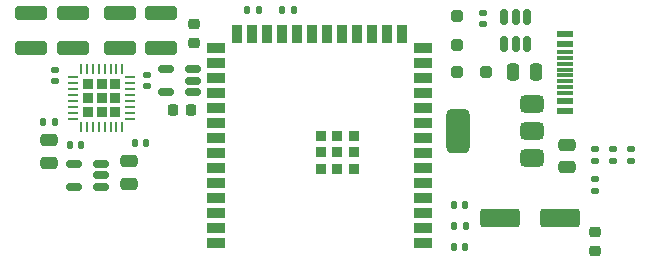
<source format=gbr>
%TF.GenerationSoftware,KiCad,Pcbnew,8.0.1*%
%TF.CreationDate,2024-04-21T19:45:24+02:00*%
%TF.ProjectId,Hypersonic_pcb,48797065-7273-46f6-9e69-635f7063622e,rev?*%
%TF.SameCoordinates,Original*%
%TF.FileFunction,Paste,Top*%
%TF.FilePolarity,Positive*%
%FSLAX46Y46*%
G04 Gerber Fmt 4.6, Leading zero omitted, Abs format (unit mm)*
G04 Created by KiCad (PCBNEW 8.0.1) date 2024-04-21 19:45:24*
%MOMM*%
%LPD*%
G01*
G04 APERTURE LIST*
G04 Aperture macros list*
%AMRoundRect*
0 Rectangle with rounded corners*
0 $1 Rounding radius*
0 $2 $3 $4 $5 $6 $7 $8 $9 X,Y pos of 4 corners*
0 Add a 4 corners polygon primitive as box body*
4,1,4,$2,$3,$4,$5,$6,$7,$8,$9,$2,$3,0*
0 Add four circle primitives for the rounded corners*
1,1,$1+$1,$2,$3*
1,1,$1+$1,$4,$5*
1,1,$1+$1,$6,$7*
1,1,$1+$1,$8,$9*
0 Add four rect primitives between the rounded corners*
20,1,$1+$1,$2,$3,$4,$5,0*
20,1,$1+$1,$4,$5,$6,$7,0*
20,1,$1+$1,$6,$7,$8,$9,0*
20,1,$1+$1,$8,$9,$2,$3,0*%
G04 Aperture macros list end*
%ADD10R,0.900000X0.900000*%
%ADD11R,1.500000X0.900000*%
%ADD12R,0.900000X1.500000*%
%ADD13RoundRect,0.250000X-1.412500X-0.550000X1.412500X-0.550000X1.412500X0.550000X-1.412500X0.550000X0*%
%ADD14RoundRect,0.250000X1.100000X-0.325000X1.100000X0.325000X-1.100000X0.325000X-1.100000X-0.325000X0*%
%ADD15RoundRect,0.140000X0.140000X0.170000X-0.140000X0.170000X-0.140000X-0.170000X0.140000X-0.170000X0*%
%ADD16RoundRect,0.250000X0.250000X0.250000X-0.250000X0.250000X-0.250000X-0.250000X0.250000X-0.250000X0*%
%ADD17RoundRect,0.135000X-0.185000X0.135000X-0.185000X-0.135000X0.185000X-0.135000X0.185000X0.135000X0*%
%ADD18RoundRect,0.250000X0.475000X-0.250000X0.475000X0.250000X-0.475000X0.250000X-0.475000X-0.250000X0*%
%ADD19RoundRect,0.135000X-0.135000X-0.185000X0.135000X-0.185000X0.135000X0.185000X-0.135000X0.185000X0*%
%ADD20RoundRect,0.140000X-0.140000X-0.170000X0.140000X-0.170000X0.140000X0.170000X-0.140000X0.170000X0*%
%ADD21RoundRect,0.150000X0.512500X0.150000X-0.512500X0.150000X-0.512500X-0.150000X0.512500X-0.150000X0*%
%ADD22RoundRect,0.150000X-0.150000X0.512500X-0.150000X-0.512500X0.150000X-0.512500X0.150000X0.512500X0*%
%ADD23RoundRect,0.375000X0.625000X0.375000X-0.625000X0.375000X-0.625000X-0.375000X0.625000X-0.375000X0*%
%ADD24RoundRect,0.500000X0.500000X1.400000X-0.500000X1.400000X-0.500000X-1.400000X0.500000X-1.400000X0*%
%ADD25RoundRect,0.140000X-0.170000X0.140000X-0.170000X-0.140000X0.170000X-0.140000X0.170000X0.140000X0*%
%ADD26R,1.450000X0.600000*%
%ADD27R,1.450000X0.300000*%
%ADD28RoundRect,0.225000X0.225000X0.250000X-0.225000X0.250000X-0.225000X-0.250000X0.225000X-0.250000X0*%
%ADD29RoundRect,0.250000X0.250000X-0.250000X0.250000X0.250000X-0.250000X0.250000X-0.250000X-0.250000X0*%
%ADD30RoundRect,0.218750X-0.256250X0.218750X-0.256250X-0.218750X0.256250X-0.218750X0.256250X0.218750X0*%
%ADD31RoundRect,0.250000X-0.475000X0.250000X-0.475000X-0.250000X0.475000X-0.250000X0.475000X0.250000X0*%
%ADD32RoundRect,0.250000X0.250000X0.475000X-0.250000X0.475000X-0.250000X-0.475000X0.250000X-0.475000X0*%
%ADD33RoundRect,0.135000X0.185000X-0.135000X0.185000X0.135000X-0.185000X0.135000X-0.185000X-0.135000X0*%
%ADD34RoundRect,0.232500X0.232500X0.232500X-0.232500X0.232500X-0.232500X-0.232500X0.232500X-0.232500X0*%
%ADD35RoundRect,0.062500X0.375000X0.062500X-0.375000X0.062500X-0.375000X-0.062500X0.375000X-0.062500X0*%
%ADD36RoundRect,0.062500X0.062500X0.375000X-0.062500X0.375000X-0.062500X-0.375000X0.062500X-0.375000X0*%
%ADD37RoundRect,0.225000X-0.250000X0.225000X-0.250000X-0.225000X0.250000X-0.225000X0.250000X0.225000X0*%
G04 APERTURE END LIST*
D10*
%TO.C,U1*%
X125550000Y-92400000D03*
X125545606Y-95200000D03*
X125545606Y-93800000D03*
X124150000Y-92400000D03*
X124145606Y-95200000D03*
X124145606Y-93800000D03*
X122750000Y-92400000D03*
X122745606Y-95200000D03*
X122745606Y-93800000D03*
D11*
X131395606Y-101520000D03*
X131395606Y-100250000D03*
X131395606Y-98980000D03*
X131395606Y-97710000D03*
X131395606Y-96440000D03*
X131395606Y-95170000D03*
X131395606Y-93900000D03*
X131395606Y-92630000D03*
X131395606Y-91360000D03*
X131395606Y-90090000D03*
X131395606Y-88820000D03*
X131395606Y-87550000D03*
X131395606Y-86280000D03*
X131395606Y-85010000D03*
D12*
X129630606Y-83760000D03*
X128360606Y-83760000D03*
X127090606Y-83760000D03*
X125820606Y-83760000D03*
X124550606Y-83760000D03*
X123280606Y-83760000D03*
X122010606Y-83760000D03*
X120740606Y-83760000D03*
X119470606Y-83760000D03*
X118200606Y-83760000D03*
X116930606Y-83760000D03*
X115660606Y-83760000D03*
D11*
X113895606Y-85010000D03*
X113895606Y-86280000D03*
X113895606Y-87550000D03*
X113895606Y-88820000D03*
X113895606Y-90090000D03*
X113895606Y-91360000D03*
X113895606Y-92630000D03*
X113895606Y-93900000D03*
X113895606Y-95170000D03*
X113895606Y-96440000D03*
X113895606Y-97710000D03*
X113895606Y-98980000D03*
X113895606Y-100250000D03*
X113895606Y-101520000D03*
%TD*%
D13*
%TO.C,C8*%
X137927907Y-99397344D03*
X143002907Y-99397344D03*
%TD*%
D14*
%TO.C,CF4*%
X101750000Y-84975001D03*
X101750000Y-82024999D03*
%TD*%
D15*
%TO.C,C7*%
X107980000Y-93012500D03*
X107020000Y-93012500D03*
%TD*%
D16*
%TO.C,D3*%
X136750000Y-87000000D03*
X134250000Y-87000000D03*
%TD*%
D17*
%TO.C,R4*%
X147500000Y-93550001D03*
X147500000Y-94569999D03*
%TD*%
D18*
%TO.C,C10*%
X99750000Y-94712499D03*
X99750000Y-92812501D03*
%TD*%
D19*
%TO.C,R6*%
X119490000Y-81750000D03*
X120510000Y-81750000D03*
%TD*%
D20*
%TO.C,C14*%
X99270000Y-91262500D03*
X100230000Y-91262500D03*
%TD*%
D21*
%TO.C,U4*%
X104137500Y-96712499D03*
X104137500Y-95762500D03*
X104137500Y-94812501D03*
X101862500Y-94812501D03*
X101862500Y-96712499D03*
%TD*%
D22*
%TO.C,U2*%
X140199999Y-82362500D03*
X139250000Y-82362500D03*
X138300001Y-82362500D03*
X138300001Y-84637500D03*
X139250000Y-84637500D03*
X140199999Y-84637500D03*
%TD*%
D23*
%TO.C,U3*%
X140650000Y-94300000D03*
X140649999Y-92000000D03*
D24*
X134350001Y-92000000D03*
D23*
X140650000Y-89700000D03*
%TD*%
D25*
%TO.C,C9*%
X108000000Y-87270000D03*
X108000000Y-88230000D03*
%TD*%
D26*
%TO.C,J1*%
X143455000Y-90310000D03*
X143455000Y-89510001D03*
D27*
X143455001Y-88310000D03*
X143455000Y-87310000D03*
X143455000Y-86810000D03*
X143455001Y-85810000D03*
D26*
X143455000Y-84609999D03*
X143455000Y-83810000D03*
X143455000Y-83810000D03*
X143455000Y-84609999D03*
D27*
X143455000Y-85310000D03*
X143455000Y-86310000D03*
X143455000Y-87810000D03*
X143455000Y-88810000D03*
D26*
X143455000Y-89510001D03*
X143455000Y-90310000D03*
%TD*%
D28*
%TO.C,C15*%
X111775000Y-90250000D03*
X110225000Y-90250000D03*
%TD*%
D21*
%TO.C,U6*%
X111887500Y-88699999D03*
X111887500Y-87750000D03*
X111887500Y-86800001D03*
X109612500Y-86800001D03*
X109612500Y-88699999D03*
%TD*%
D19*
%TO.C,R5*%
X116490000Y-81750000D03*
X117510000Y-81750000D03*
%TD*%
D15*
%TO.C,C2*%
X134980000Y-101810000D03*
X134020000Y-101810000D03*
%TD*%
D29*
%TO.C,D2*%
X134250000Y-84749999D03*
X134250000Y-82250001D03*
%TD*%
D17*
%TO.C,R1*%
X149000000Y-93550001D03*
X149000000Y-94569999D03*
%TD*%
D30*
%TO.C,D4*%
X146000000Y-100560000D03*
X146000000Y-102135002D03*
%TD*%
D31*
%TO.C,C6*%
X143561331Y-95056019D03*
X143561331Y-93156021D03*
%TD*%
D14*
%TO.C,CF1*%
X105750000Y-84975001D03*
X105750000Y-82024999D03*
%TD*%
D32*
%TO.C,C4*%
X140949999Y-87000000D03*
X139050001Y-87000000D03*
%TD*%
D33*
%TO.C,R7*%
X146000000Y-97069999D03*
X146000000Y-96050001D03*
%TD*%
D14*
%TO.C,CF3*%
X109250000Y-84975001D03*
X109250000Y-82024999D03*
%TD*%
D19*
%TO.C,R2*%
X133990001Y-100060000D03*
X135009999Y-100060000D03*
%TD*%
D34*
%TO.C,U5*%
X105350000Y-90362500D03*
X105350000Y-89212500D03*
X105350000Y-88062500D03*
X104200000Y-90362500D03*
X104200000Y-89212500D03*
X104200000Y-88062500D03*
X103050000Y-90362500D03*
X103050000Y-89212500D03*
X103050000Y-88062500D03*
D35*
X106637500Y-90962500D03*
X106637500Y-90462500D03*
X106637500Y-89962500D03*
X106637500Y-89462500D03*
X106637500Y-88962500D03*
X106637500Y-88462500D03*
X106637500Y-87962500D03*
X106637500Y-87462500D03*
D36*
X105950000Y-86775000D03*
X105450000Y-86775000D03*
X104950000Y-86775000D03*
X104450000Y-86775000D03*
X103950000Y-86775000D03*
X103450000Y-86775000D03*
X102950000Y-86775000D03*
X102450000Y-86775000D03*
D35*
X101762500Y-87462500D03*
X101762500Y-87962500D03*
X101762500Y-88462500D03*
X101762500Y-88962500D03*
X101762500Y-89462500D03*
X101762500Y-89962500D03*
X101762500Y-90462500D03*
X101762500Y-90962500D03*
D36*
X102450000Y-91650000D03*
X102950000Y-91650000D03*
X103450000Y-91650000D03*
X103950000Y-91650000D03*
X104450000Y-91650000D03*
X104950000Y-91650000D03*
X105450000Y-91650000D03*
X105950000Y-91650000D03*
%TD*%
D25*
%TO.C,C13*%
X100250000Y-86832500D03*
X100250000Y-87792500D03*
%TD*%
D17*
%TO.C,R3*%
X146000000Y-93550001D03*
X146000000Y-94569999D03*
%TD*%
D15*
%TO.C,C1*%
X134980000Y-98310000D03*
X134020000Y-98310000D03*
%TD*%
D14*
%TO.C,CF2*%
X98250000Y-84975001D03*
X98250000Y-82024999D03*
%TD*%
D25*
%TO.C,C3*%
X136500000Y-82980000D03*
X136500000Y-82020000D03*
%TD*%
D15*
%TO.C,C12*%
X102480000Y-93212500D03*
X101520000Y-93212500D03*
%TD*%
D18*
%TO.C,C5*%
X106500000Y-96462499D03*
X106500000Y-94562501D03*
%TD*%
D37*
%TO.C,C11*%
X112000000Y-82975000D03*
X112000000Y-84525000D03*
%TD*%
M02*

</source>
